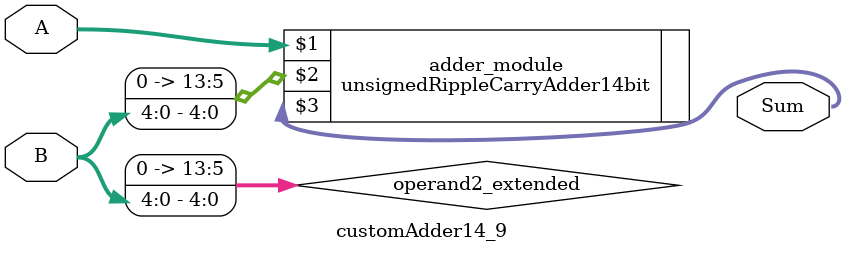
<source format=v>

module customAdder14_9(
                    input [13 : 0] A,
                    input [4 : 0] B,
                    
                    output [14 : 0] Sum
            );

    wire [13 : 0] operand2_extended;
    
    assign operand2_extended =  {9'b0, B};
    
    unsignedRippleCarryAdder14bit adder_module(
        A,
        operand2_extended,
        Sum
    );
    
endmodule
        
</source>
